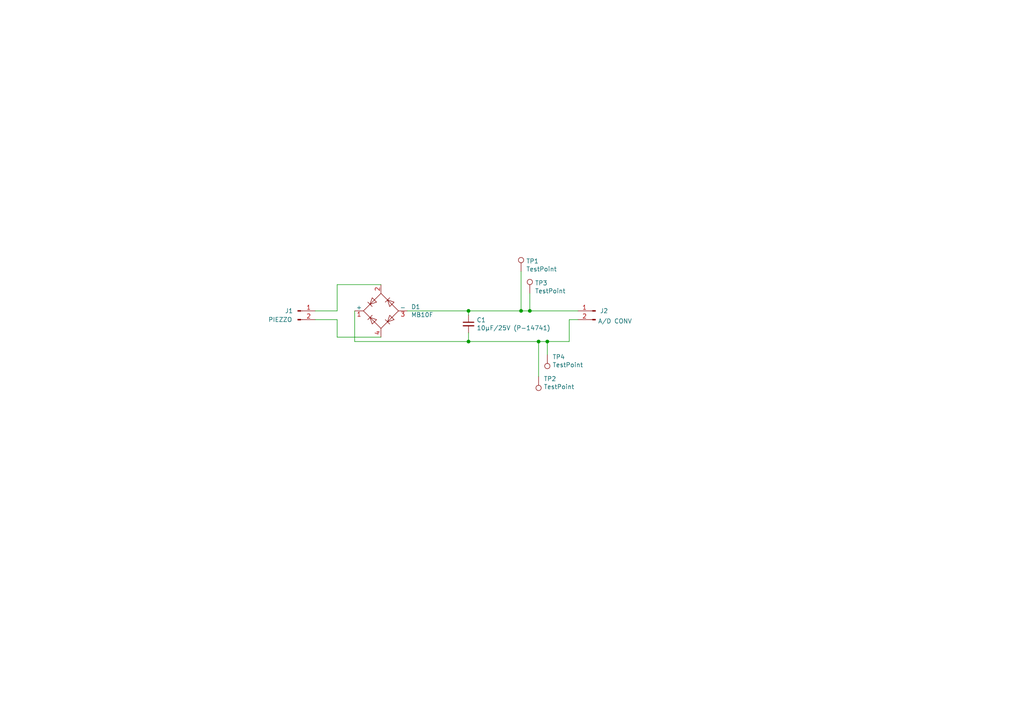
<source format=kicad_sch>
(kicad_sch (version 20211123) (generator eeschema)
  (paper "A4")
  (title_block (title "M922 SHOCK STOCK CAPACITOR") (date "2021-09-15") (rev "1.00") (company "HOLLY&CO.,LTD.") (comment 1 "Masafumi Horimoto"))
  (lib_symbols
    (symbol "Connector:Conn_01x02_Male" (pin_names (offset 1.016) hide)
      (property "Reference" "J" (at 0 2.54 0))
      (property "Value" "Conn_01x02_Male" (at 0 -5.08 0))
      (symbol "Conn_01x02_Male_1_1"
        (polyline (pts (xy 1.27 -2.54) (xy 0.8636 -2.54)) (stroke (width 0.1524)))
        (polyline (pts (xy 1.27 0) (xy 0.8636 0)) (stroke (width 0.1524)))
        (rectangle (start 0.8636 -2.413) (end 0 -2.667) (stroke (width 0.1524)) (fill (type outline)))
        (rectangle (start 0.8636 0.127) (end 0 -0.127) (stroke (width 0.1524)) (fill (type outline)))
        (pin passive line (at 5.08 0 180) (length 3.81) (name "Pin_1") (number "1"))
        (pin passive line (at 5.08 -2.54 180) (length 3.81) (name "Pin_2") (number "2"))
      )
    )
    (symbol "Connector:TestPoint" (pin_numbers hide) (pin_names (offset 0.762) hide)
      (property "Reference" "TP" (at 0 6.858 0))
      (property "Value" "TestPoint" (at 0 5.08 0))
      (symbol "TestPoint_0_1"
        (circle (center 0 3.302) (radius 0.762))
      )
      (symbol "TestPoint_1_1"
        (pin passive line (at 0 0 90) (length 2.54) (name "1") (number "1"))
      )
    )
    (symbol "Device:C_Small" (pin_numbers hide) (pin_names (offset 0.254) hide)
      (property "Reference" "C" (at 0.254 1.778 0))
      (property "Value" "C_Small" (at 0.254 -2.032 0))
      (symbol "C_Small_0_1"
        (polyline (pts (xy -1.524 -0.508) (xy 1.524 -0.508)) (stroke (width 0.3302)))
        (polyline (pts (xy -1.524 0.508) (xy 1.524 0.508)) (stroke (width 0.3048)))
      )
      (symbol "C_Small_1_1"
        (pin passive line (at 0 2.54 270) (length 2.032) (name "~") (number "1"))
        (pin passive line (at 0 -2.54 90) (length 2.032) (name "~") (number "2"))
      )
    )
    (symbol "Diode_Bridge:B125R" (pin_names (offset 0))
      (property "Reference" "D" (at 2.54 6.985 0))
      (property "Value" "B125R" (at 2.54 5.08 0))
      (symbol "B125R_0_1"
        (polyline (pts (xy -2.54 3.81) (xy -1.27 2.54)))
        (polyline (pts (xy -1.27 -2.54) (xy -2.54 -3.81)))
        (polyline (pts (xy 2.54 -1.27) (xy 3.81 -2.54)))
        (polyline (pts (xy 2.54 1.27) (xy 3.81 2.54)))
        (polyline (pts (xy -3.81 2.54) (xy -2.54 1.27) (xy -1.905 3.175) (xy -3.81 2.54)))
        (polyline (pts (xy -2.54 -1.27) (xy -3.81 -2.54) (xy -1.905 -3.175) (xy -2.54 -1.27)))
        (polyline (pts (xy 1.27 2.54) (xy 2.54 3.81) (xy 3.175 1.905) (xy 1.27 2.54)))
        (polyline (pts (xy 3.175 -1.905) (xy 1.27 -2.54) (xy 2.54 -3.81) (xy 3.175 -1.905)))
        (polyline (pts (xy -5.08 0) (xy 0 -5.08) (xy 5.08 0) (xy 0 5.08) (xy -5.08 0)))
      )
      (symbol "B125R_1_1"
        (pin passive line (at 7.62 0 180) (length 2.54) (name "+") (number "1"))
        (pin passive line (at 0 -7.62 90) (length 2.54) (name "~") (number "2"))
        (pin passive line (at -7.62 0 0) (length 2.54) (name "-") (number "3"))
        (pin passive line (at 0 7.62 270) (length 2.54) (name "~") (number "4"))
      )
    )
  )
  (junction (at 151.13 90.17))
  (junction (at 135.89 99.06))
  (junction (at 158.75 99.06))
  (junction (at 153.67 90.17))
  (junction (at 135.89 90.17))
  (junction (at 156.21 99.06))
  (wire (pts (xy 91.44 92.71) (xy 97.79 92.71)))
  (wire (pts (xy 102.87 90.17) (xy 102.87 99.06)))
  (wire (pts (xy 167.64 92.71) (xy 165.1 92.71)))
  (wire (pts (xy 153.67 85.09) (xy 153.67 90.17)))
  (wire (pts (xy 135.89 99.06) (xy 135.89 96.52)))
  (wire (pts (xy 156.21 99.06) (xy 135.89 99.06)))
  (wire (pts (xy 135.89 90.17) (xy 151.13 90.17)))
  (wire (pts (xy 97.79 97.79) (xy 110.49 97.79)))
  (wire (pts (xy 158.75 102.87) (xy 158.75 99.06)))
  (wire (pts (xy 158.75 99.06) (xy 156.21 99.06)))
  (wire (pts (xy 153.67 90.17) (xy 167.64 90.17)))
  (wire (pts (xy 151.13 78.74) (xy 151.13 90.17)))
  (wire (pts (xy 97.79 90.17) (xy 97.79 82.55)))
  (wire (pts (xy 165.1 99.06) (xy 158.75 99.06)))
  (wire (pts (xy 97.79 82.55) (xy 110.49 82.55)))
  (wire (pts (xy 135.89 90.17) (xy 118.11 90.17)))
  (wire (pts (xy 91.44 90.17) (xy 97.79 90.17)))
  (wire (pts (xy 156.21 109.22) (xy 156.21 99.06)))
  (wire (pts (xy 151.13 90.17) (xy 153.67 90.17)))
  (wire (pts (xy 97.79 92.71) (xy 97.79 97.79)))
  (wire (pts (xy 102.87 99.06) (xy 135.89 99.06)))
  (wire (pts (xy 165.1 92.71) (xy 165.1 99.06)))
  (wire (pts (xy 135.89 91.44) (xy 135.89 90.17)))
  (symbol (lib_id "Diode_Bridge:B125R") (at 110.49 90.17 180) (unit 1)
    (property "Reference" "D1" (at 119.2276 89.0016 0) (effects (justify right)))
    (property "Value" "MB10F" (at 119.2276 91.313 0) (effects (justify right)))
    (property "Footprint" "DIOB_MB10F-13" (effects hide))
    (property "STANDARD" "Manufacturer Recommendations" (effects hide))
    (property "PARTREV" "3 - 2" (effects hide))
    (property "MANUFACTURER" "Diodes Inc." (effects hide))
    (property "MAXIMUM_PACKAGE_HEIGHT" "1.8 mm" (effects hide))
  )
  (symbol (lib_id "Device:C_Small") (at 135.89 93.98 0) (unit 1)
    (property "Reference" "C1" (at 138.2268 92.8116 0) (effects (justify left)))
    (property "Value" "10μF/25V (P-14741)" (at 138.2268 95.123 0) (effects (justify left)))
    (property "Footprint" "Capacitor_SMD:C_1206_3216Metric_Pad1.42x1.75mm_HandSolder" (effects hide))
    (property "Datasheet" "https://akizukidenshi.com/download/ds/murata/GRM31CR71E106KA12.pdf" (effects hide))
  )
  (symbol (lib_id "Connector:Conn_01x02_Male") (at 86.36 90.17 0) (unit 1)
    (property "Reference" "J1" (at 83.82 90.17 0))
    (property "Value" "PIEZZO" (at 81.28 92.71 0))
    (property "Footprint" "HOLLY:LDT0-028K_MID" (effects hide))
  )
  (symbol (lib_id "Connector:Conn_01x02_Male") (at 172.72 90.17 0) (mirror y) (unit 1)
    (property "Reference" "J2" (at 173.99 90.17 0) (effects (justify right)))
    (property "Value" "A/D CONV" (at 173.4312 93.1418 0) (effects (justify right)))
    (property "Footprint" "Connector_JST:JST_XH_S2B-XH-A-1_1x02_P2.50mm_Horizontal" (effects hide))
  )
  (symbol (lib_id "Connector:TestPoint") (at 153.67 85.09 0) (unit 1)
    (property "Reference" "TP3" (at 155.1432 82.0928 0) (effects (justify left)))
    (property "Value" "TestPoint" (at 155.1432 84.4042 0) (effects (justify left)))
  )
  (symbol (lib_id "Connector:TestPoint") (at 151.13 78.74 0) (unit 1)
    (property "Reference" "TP1" (at 152.6032 75.7428 0) (effects (justify left)))
    (property "Value" "TestPoint" (at 152.6032 78.0542 0) (effects (justify left)))
  )
  (symbol (lib_id "Connector:TestPoint") (at 156.21 109.22 180) (unit 1)
    (property "Reference" "TP2" (at 157.6832 109.8804 0) (effects (justify right)))
    (property "Value" "TestPoint" (at 157.6832 112.1918 0) (effects (justify right)))
  )
  (symbol (lib_id "Connector:TestPoint") (at 158.75 102.87 180) (unit 1)
    (property "Reference" "TP4" (at 160.2232 103.5304 0) (effects (justify right)))
    (property "Value" "TestPoint" (at 160.2232 105.8418 0) (effects (justify right)))
  )
)
</source>
